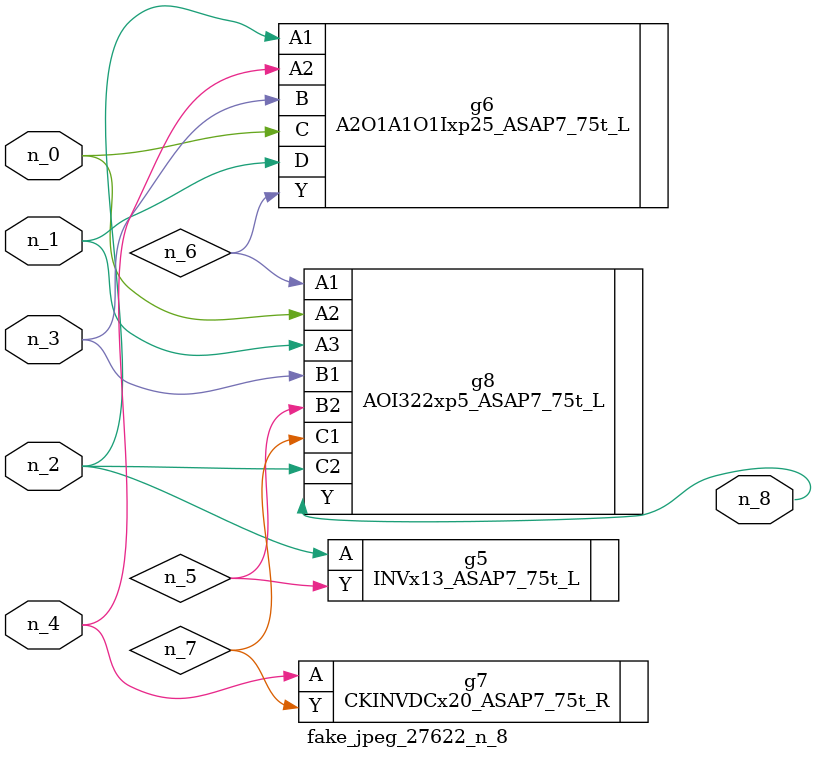
<source format=v>
module fake_jpeg_27622_n_8 (n_3, n_2, n_1, n_0, n_4, n_8);

input n_3;
input n_2;
input n_1;
input n_0;
input n_4;

output n_8;

wire n_6;
wire n_5;
wire n_7;

INVx13_ASAP7_75t_L g5 ( 
.A(n_2),
.Y(n_5)
);

A2O1A1O1Ixp25_ASAP7_75t_L g6 ( 
.A1(n_2),
.A2(n_4),
.B(n_3),
.C(n_0),
.D(n_1),
.Y(n_6)
);

CKINVDCx20_ASAP7_75t_R g7 ( 
.A(n_4),
.Y(n_7)
);

AOI322xp5_ASAP7_75t_L g8 ( 
.A1(n_6),
.A2(n_0),
.A3(n_1),
.B1(n_3),
.B2(n_5),
.C1(n_7),
.C2(n_2),
.Y(n_8)
);


endmodule
</source>
